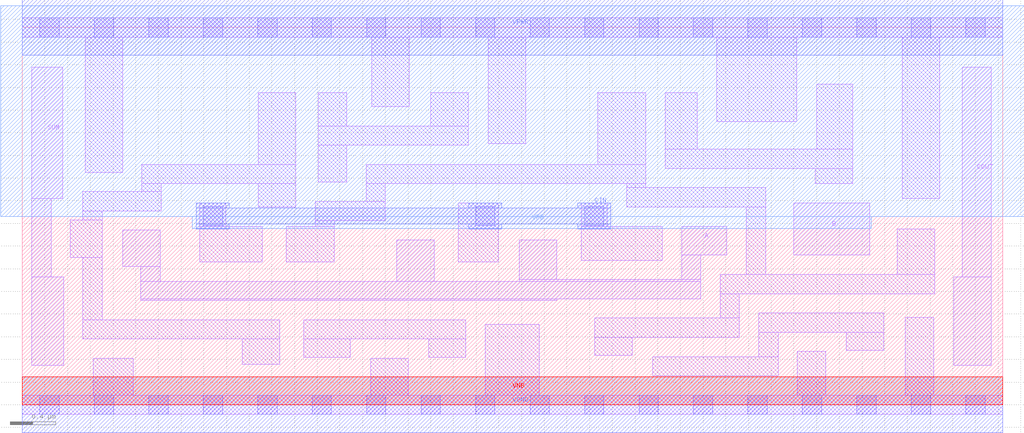
<source format=lef>
# Copyright 2020 The SkyWater PDK Authors
#
# Licensed under the Apache License, Version 2.0 (the "License");
# you may not use this file except in compliance with the License.
# You may obtain a copy of the License at
#
#     https://www.apache.org/licenses/LICENSE-2.0
#
# Unless required by applicable law or agreed to in writing, software
# distributed under the License is distributed on an "AS IS" BASIS,
# WITHOUT WARRANTIES OR CONDITIONS OF ANY KIND, either express or implied.
# See the License for the specific language governing permissions and
# limitations under the License.
#
# SPDX-License-Identifier: Apache-2.0

VERSION 5.7 ;
  NOWIREEXTENSIONATPIN ON ;
  DIVIDERCHAR "/" ;
  BUSBITCHARS "[]" ;
MACRO sky130_fd_sc_ls__fa_1
  CLASS CORE ;
  FOREIGN sky130_fd_sc_ls__fa_1 ;
  ORIGIN  0.000000  0.000000 ;
  SIZE  8.640000 BY  3.330000 ;
  SYMMETRY X Y ;
  SITE unit ;
  PIN A
    ANTENNAGATEAREA  0.984000 ;
    DIRECTION INPUT ;
    USE SIGNAL ;
    PORT
      LAYER li1 ;
        RECT 0.885000 1.220000 1.215000 1.540000 ;
        RECT 1.045000 0.920000 4.710000 0.935000 ;
        RECT 1.045000 0.935000 5.980000 1.090000 ;
        RECT 1.045000 1.090000 1.215000 1.220000 ;
        RECT 3.300000 1.090000 3.630000 1.455000 ;
        RECT 4.380000 1.090000 5.980000 1.105000 ;
        RECT 4.380000 1.105000 4.710000 1.455000 ;
        RECT 5.810000 1.105000 5.980000 1.320000 ;
        RECT 5.810000 1.320000 6.210000 1.575000 ;
    END
  END A
  PIN B
    ANTENNAGATEAREA  0.984000 ;
    DIRECTION INPUT ;
    USE SIGNAL ;
    PORT
      LAYER li1 ;
        RECT 6.800000 1.320000 7.470000 1.780000 ;
    END
  END B
  PIN CIN
    ANTENNAGATEAREA  0.738000 ;
    DIRECTION INPUT ;
    USE SIGNAL ;
    PORT
      LAYER met1 ;
        RECT 1.535000 1.550000 1.825000 1.595000 ;
        RECT 1.535000 1.595000 5.185000 1.735000 ;
        RECT 1.535000 1.735000 1.825000 1.780000 ;
        RECT 3.935000 1.550000 4.225000 1.595000 ;
        RECT 3.935000 1.735000 4.225000 1.780000 ;
        RECT 4.895000 1.550000 5.185000 1.595000 ;
        RECT 4.895000 1.735000 5.185000 1.780000 ;
    END
  END CIN
  PIN COUT
    ANTENNADIFFAREA  0.519000 ;
    DIRECTION OUTPUT ;
    USE SIGNAL ;
    PORT
      LAYER li1 ;
        RECT 8.210000 0.350000 8.540000 1.130000 ;
        RECT 8.285000 1.130000 8.540000 2.980000 ;
    END
  END COUT
  PIN SUM
    ANTENNADIFFAREA  0.530100 ;
    DIRECTION OUTPUT ;
    USE SIGNAL ;
    PORT
      LAYER li1 ;
        RECT 0.085000 0.350000 0.365000 1.130000 ;
        RECT 0.085000 1.130000 0.255000 1.820000 ;
        RECT 0.085000 1.820000 0.355000 2.980000 ;
    END
  END SUM
  PIN VNB
    PORT
      LAYER pwell ;
        RECT 0.000000 0.000000 8.640000 0.245000 ;
    END
  END VNB
  PIN VPB
    PORT
      LAYER nwell ;
        RECT -0.190000 1.660000 8.830000 3.520000 ;
        RECT  1.500000 1.555000 7.480000 1.660000 ;
    END
  END VPB
  PIN VGND
    DIRECTION INOUT ;
    SHAPE ABUTMENT ;
    USE GROUND ;
    PORT
      LAYER met1 ;
        RECT 0.000000 -0.245000 8.640000 0.245000 ;
    END
  END VGND
  PIN VPWR
    DIRECTION INOUT ;
    SHAPE ABUTMENT ;
    USE POWER ;
    PORT
      LAYER met1 ;
        RECT 0.000000 3.085000 8.640000 3.575000 ;
    END
  END VPWR
  OBS
    LAYER li1 ;
      RECT 0.000000 -0.085000 8.640000 0.085000 ;
      RECT 0.000000  3.245000 8.640000 3.415000 ;
      RECT 0.425000  1.300000 0.705000 1.630000 ;
      RECT 0.535000  0.580000 2.270000 0.750000 ;
      RECT 0.535000  0.750000 0.705000 1.300000 ;
      RECT 0.535000  1.630000 0.705000 1.710000 ;
      RECT 0.535000  1.710000 1.225000 1.880000 ;
      RECT 0.555000  2.050000 0.885000 3.245000 ;
      RECT 0.625000  0.085000 0.980000 0.410000 ;
      RECT 1.055000  1.880000 1.225000 1.950000 ;
      RECT 1.055000  1.950000 2.410000 2.120000 ;
      RECT 1.565000  1.260000 2.115000 1.575000 ;
      RECT 1.565000  1.575000 1.795000 1.780000 ;
      RECT 1.940000  0.355000 2.270000 0.580000 ;
      RECT 2.080000  1.745000 2.410000 1.950000 ;
      RECT 2.080000  2.120000 2.410000 2.755000 ;
      RECT 2.325000  1.260000 2.750000 1.575000 ;
      RECT 2.480000  0.420000 2.890000 0.580000 ;
      RECT 2.480000  0.580000 3.910000 0.750000 ;
      RECT 2.580000  1.575000 2.750000 1.625000 ;
      RECT 2.580000  1.625000 3.200000 1.795000 ;
      RECT 2.610000  1.965000 2.860000 2.290000 ;
      RECT 2.610000  2.290000 3.930000 2.460000 ;
      RECT 2.610000  2.460000 2.860000 2.755000 ;
      RECT 3.030000  1.795000 3.200000 1.950000 ;
      RECT 3.030000  1.950000 5.495000 2.120000 ;
      RECT 3.070000  0.085000 3.400000 0.410000 ;
      RECT 3.080000  2.630000 3.410000 3.245000 ;
      RECT 3.580000  0.420000 3.910000 0.580000 ;
      RECT 3.600000  2.460000 3.930000 2.755000 ;
      RECT 3.840000  1.260000 4.195000 1.780000 ;
      RECT 4.080000  0.085000 4.555000 0.710000 ;
      RECT 4.105000  2.305000 4.435000 3.245000 ;
      RECT 4.925000  1.275000 5.640000 1.575000 ;
      RECT 4.925000  1.575000 5.155000 1.780000 ;
      RECT 5.045000  0.435000 5.375000 0.595000 ;
      RECT 5.045000  0.595000 6.320000 0.765000 ;
      RECT 5.070000  2.120000 5.495000 2.755000 ;
      RECT 5.325000  1.745000 6.550000 1.915000 ;
      RECT 5.325000  1.915000 5.495000 1.950000 ;
      RECT 5.555000  0.255000 6.660000 0.425000 ;
      RECT 5.665000  2.085000 7.320000 2.255000 ;
      RECT 5.665000  2.255000 5.950000 2.755000 ;
      RECT 6.120000  2.500000 6.825000 3.245000 ;
      RECT 6.150000  0.765000 6.320000 0.980000 ;
      RECT 6.150000  0.980000 8.040000 1.150000 ;
      RECT 6.380000  1.150000 6.550000 1.745000 ;
      RECT 6.490000  0.425000 6.660000 0.640000 ;
      RECT 6.490000  0.640000 7.590000 0.810000 ;
      RECT 6.830000  0.085000 7.080000 0.470000 ;
      RECT 6.990000  1.950000 7.320000 2.085000 ;
      RECT 7.000000  2.255000 7.320000 2.830000 ;
      RECT 7.260000  0.480000 7.590000 0.640000 ;
      RECT 7.710000  1.150000 8.040000 1.550000 ;
      RECT 7.755000  1.820000 8.085000 3.245000 ;
      RECT 7.780000  0.085000 8.030000 0.770000 ;
    LAYER mcon ;
      RECT 0.155000 -0.085000 0.325000 0.085000 ;
      RECT 0.155000  3.245000 0.325000 3.415000 ;
      RECT 0.635000 -0.085000 0.805000 0.085000 ;
      RECT 0.635000  3.245000 0.805000 3.415000 ;
      RECT 1.115000 -0.085000 1.285000 0.085000 ;
      RECT 1.115000  3.245000 1.285000 3.415000 ;
      RECT 1.595000 -0.085000 1.765000 0.085000 ;
      RECT 1.595000  1.580000 1.765000 1.750000 ;
      RECT 1.595000  3.245000 1.765000 3.415000 ;
      RECT 2.075000 -0.085000 2.245000 0.085000 ;
      RECT 2.075000  3.245000 2.245000 3.415000 ;
      RECT 2.555000 -0.085000 2.725000 0.085000 ;
      RECT 2.555000  3.245000 2.725000 3.415000 ;
      RECT 3.035000 -0.085000 3.205000 0.085000 ;
      RECT 3.035000  3.245000 3.205000 3.415000 ;
      RECT 3.515000 -0.085000 3.685000 0.085000 ;
      RECT 3.515000  3.245000 3.685000 3.415000 ;
      RECT 3.995000 -0.085000 4.165000 0.085000 ;
      RECT 3.995000  1.580000 4.165000 1.750000 ;
      RECT 3.995000  3.245000 4.165000 3.415000 ;
      RECT 4.475000 -0.085000 4.645000 0.085000 ;
      RECT 4.475000  3.245000 4.645000 3.415000 ;
      RECT 4.955000 -0.085000 5.125000 0.085000 ;
      RECT 4.955000  1.580000 5.125000 1.750000 ;
      RECT 4.955000  3.245000 5.125000 3.415000 ;
      RECT 5.435000 -0.085000 5.605000 0.085000 ;
      RECT 5.435000  3.245000 5.605000 3.415000 ;
      RECT 5.915000 -0.085000 6.085000 0.085000 ;
      RECT 5.915000  3.245000 6.085000 3.415000 ;
      RECT 6.395000 -0.085000 6.565000 0.085000 ;
      RECT 6.395000  3.245000 6.565000 3.415000 ;
      RECT 6.875000 -0.085000 7.045000 0.085000 ;
      RECT 6.875000  3.245000 7.045000 3.415000 ;
      RECT 7.355000 -0.085000 7.525000 0.085000 ;
      RECT 7.355000  3.245000 7.525000 3.415000 ;
      RECT 7.835000 -0.085000 8.005000 0.085000 ;
      RECT 7.835000  3.245000 8.005000 3.415000 ;
      RECT 8.315000 -0.085000 8.485000 0.085000 ;
      RECT 8.315000  3.245000 8.485000 3.415000 ;
  END
END sky130_fd_sc_ls__fa_1
END LIBRARY

</source>
